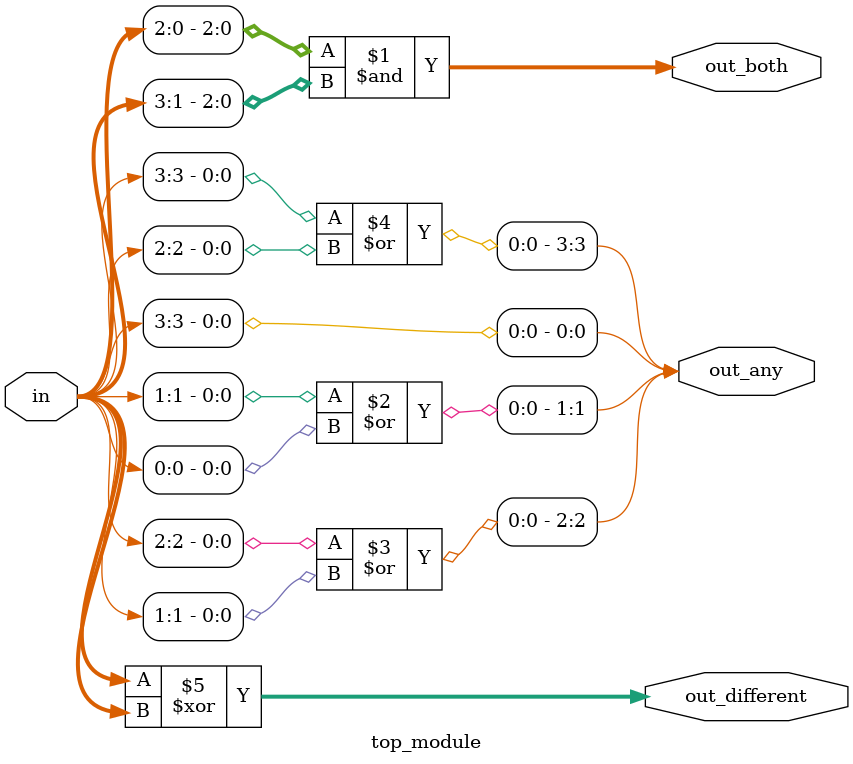
<source format=sv>
module top_module (
    input [3:0] in,
    output [2:0] out_both,
    output [3:0] out_any,
    output [3:0] out_different
);

    // Assign the result of bitwise AND operation
    assign out_both = in[2:0] & in[3:1];

    // Assign the result of bitwise OR operation
    assign out_any = {in[3] | in[2], in[2] | in[1], in[1] | in[0], in[3]};

    // Assign the result of bitwise XOR operation
    assign out_different = in ^ {in[3:1], in[0]};

endmodule

</source>
